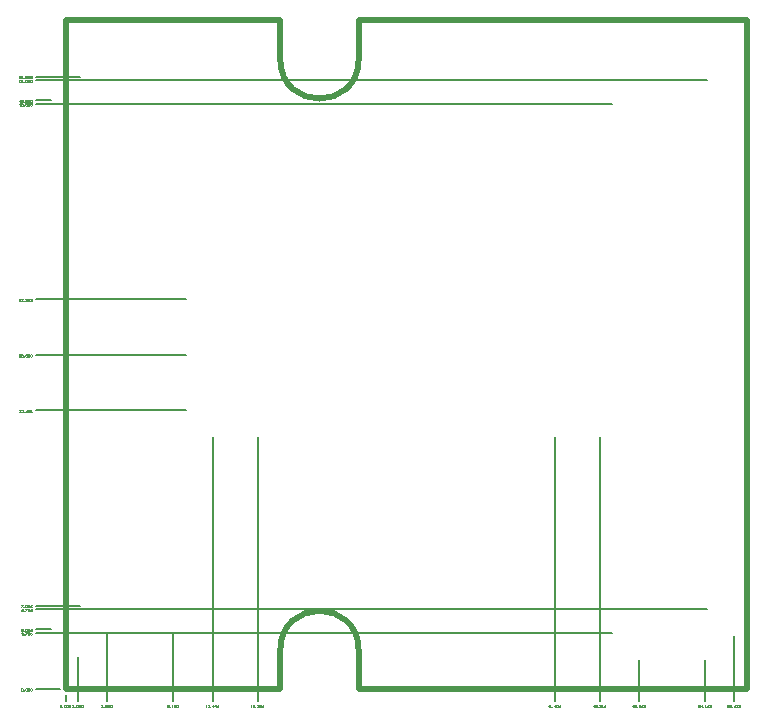
<source format=gm1>
G04*
G04 #@! TF.GenerationSoftware,Altium Limited,Altium Designer,18.1.9 (240)*
G04*
G04 Layer_Color=16711935*
%FSLAX43Y43*%
%MOMM*%
G71*
G01*
G75*
%ADD10C,0.200*%
%ADD19C,0.500*%
%ADD20C,0.127*%
%ADD21C,0.051*%
D10*
X25400Y79480D02*
Y82011D01*
D19*
X43584Y78706D02*
G03*
X50216Y78706I3316J0D01*
G01*
Y28706D02*
G03*
X43584Y28706I-3316J0D01*
G01*
Y25400D02*
Y28706D01*
X50216Y25400D02*
Y28706D01*
X25400Y25400D02*
X43584D01*
X25400Y82011D02*
X43584D01*
X50216Y25400D02*
X83062D01*
X50216Y82011D02*
X83062D01*
X43584Y78706D02*
Y82011D01*
X50216Y78706D02*
Y82011D01*
X25400Y25400D02*
Y82011D01*
X83062Y25400D02*
Y82011D01*
D20*
X22900Y77255D02*
X26596D01*
X22900Y76955D02*
X79708D01*
X22900Y75255D02*
X24146D01*
X22900Y74955D02*
X71658D01*
X22900Y58399D02*
X35592D01*
X22900Y53700D02*
X35592D01*
X22900Y49001D02*
X35592D01*
X22900Y32456D02*
X26596D01*
X22900Y32156D02*
X79708D01*
X22900Y30456D02*
X24146D01*
X22900Y30156D02*
X71658D01*
X22900Y25400D02*
X24896D01*
X82012Y24400D02*
Y29852D01*
X79562Y24400D02*
Y27852D01*
X73962Y24400D02*
Y27852D01*
X70616Y24400D02*
Y46747D01*
X66806Y24400D02*
Y46747D01*
X41656Y24400D02*
Y46747D01*
X37846Y24400D02*
Y46747D01*
X34500Y24400D02*
Y30152D01*
X28900Y24400D02*
Y30152D01*
X26450Y24400D02*
Y28152D01*
X25400Y24400D02*
Y24896D01*
D21*
X21596Y77306D02*
X21461D01*
Y77204D01*
X21529Y77238D01*
X21563D01*
X21596Y77204D01*
Y77136D01*
X21563Y77103D01*
X21495D01*
X21461Y77136D01*
X21664Y77103D02*
X21732D01*
X21698D01*
Y77306D01*
X21664Y77272D01*
X21833Y77103D02*
Y77136D01*
X21867D01*
Y77103D01*
X21833D01*
X22003Y77272D02*
X22037Y77306D01*
X22104D01*
X22138Y77272D01*
Y77238D01*
X22104Y77204D01*
X22138Y77170D01*
Y77136D01*
X22104Y77103D01*
X22037D01*
X22003Y77136D01*
Y77170D01*
X22037Y77204D01*
X22003Y77238D01*
Y77272D01*
X22037Y77204D02*
X22104D01*
X22341Y77306D02*
X22206D01*
Y77204D01*
X22274Y77238D01*
X22307D01*
X22341Y77204D01*
Y77136D01*
X22307Y77103D01*
X22240D01*
X22206Y77136D01*
X22544Y77306D02*
X22409D01*
Y77204D01*
X22477Y77238D01*
X22511D01*
X22544Y77204D01*
Y77136D01*
X22511Y77103D01*
X22443D01*
X22409Y77136D01*
X21596Y77006D02*
X21461D01*
Y76904D01*
X21529Y76938D01*
X21563D01*
X21596Y76904D01*
Y76836D01*
X21563Y76803D01*
X21495D01*
X21461Y76836D01*
X21664Y76803D02*
X21732D01*
X21698D01*
Y77006D01*
X21664Y76972D01*
X21833Y76803D02*
Y76836D01*
X21867D01*
Y76803D01*
X21833D01*
X22138Y77006D02*
X22003D01*
Y76904D01*
X22070Y76938D01*
X22104D01*
X22138Y76904D01*
Y76836D01*
X22104Y76803D01*
X22037D01*
X22003Y76836D01*
X22341Y77006D02*
X22206D01*
Y76904D01*
X22274Y76938D01*
X22307D01*
X22341Y76904D01*
Y76836D01*
X22307Y76803D01*
X22240D01*
X22206Y76836D01*
X22544Y77006D02*
X22409D01*
Y76904D01*
X22477Y76938D01*
X22511D01*
X22544Y76904D01*
Y76836D01*
X22511Y76803D01*
X22443D01*
X22409Y76836D01*
X21529Y75103D02*
Y75306D01*
X21427Y75204D01*
X21563D01*
X21630Y75136D02*
X21664Y75103D01*
X21732D01*
X21766Y75136D01*
Y75272D01*
X21732Y75306D01*
X21664D01*
X21630Y75272D01*
Y75238D01*
X21664Y75204D01*
X21766D01*
X21833Y75103D02*
Y75136D01*
X21867D01*
Y75103D01*
X21833D01*
X22003Y75272D02*
X22037Y75306D01*
X22104D01*
X22138Y75272D01*
Y75238D01*
X22104Y75204D01*
X22138Y75170D01*
Y75136D01*
X22104Y75103D01*
X22037D01*
X22003Y75136D01*
Y75170D01*
X22037Y75204D01*
X22003Y75238D01*
Y75272D01*
X22037Y75204D02*
X22104D01*
X22341Y75306D02*
X22206D01*
Y75204D01*
X22274Y75238D01*
X22307D01*
X22341Y75204D01*
Y75136D01*
X22307Y75103D01*
X22240D01*
X22206Y75136D01*
X22544Y75306D02*
X22409D01*
Y75204D01*
X22477Y75238D01*
X22511D01*
X22544Y75204D01*
Y75136D01*
X22511Y75103D01*
X22443D01*
X22409Y75136D01*
X21529Y74803D02*
Y75006D01*
X21427Y74904D01*
X21563D01*
X21630Y74836D02*
X21664Y74803D01*
X21732D01*
X21766Y74836D01*
Y74972D01*
X21732Y75006D01*
X21664D01*
X21630Y74972D01*
Y74938D01*
X21664Y74904D01*
X21766D01*
X21833Y74803D02*
Y74836D01*
X21867D01*
Y74803D01*
X21833D01*
X22138Y75006D02*
X22003D01*
Y74904D01*
X22070Y74938D01*
X22104D01*
X22138Y74904D01*
Y74836D01*
X22104Y74803D01*
X22037D01*
X22003Y74836D01*
X22341Y75006D02*
X22206D01*
Y74904D01*
X22274Y74938D01*
X22307D01*
X22341Y74904D01*
Y74836D01*
X22307Y74803D01*
X22240D01*
X22206Y74836D01*
X22544Y75006D02*
X22409D01*
Y74904D01*
X22477Y74938D01*
X22511D01*
X22544Y74904D01*
Y74836D01*
X22511Y74803D01*
X22443D01*
X22409Y74836D01*
X21427Y58416D02*
X21461Y58450D01*
X21529D01*
X21563Y58416D01*
Y58382D01*
X21529Y58348D01*
X21495D01*
X21529D01*
X21563Y58314D01*
Y58280D01*
X21529Y58247D01*
X21461D01*
X21427Y58280D01*
X21766Y58247D02*
X21630D01*
X21766Y58382D01*
Y58416D01*
X21732Y58450D01*
X21664D01*
X21630Y58416D01*
X21833Y58247D02*
Y58280D01*
X21867D01*
Y58247D01*
X21833D01*
X22003Y58280D02*
X22037Y58247D01*
X22104D01*
X22138Y58280D01*
Y58416D01*
X22104Y58450D01*
X22037D01*
X22003Y58416D01*
Y58382D01*
X22037Y58348D01*
X22138D01*
X22206Y58280D02*
X22240Y58247D01*
X22307D01*
X22341Y58280D01*
Y58416D01*
X22307Y58450D01*
X22240D01*
X22206Y58416D01*
Y58382D01*
X22240Y58348D01*
X22341D01*
X22409Y58280D02*
X22443Y58247D01*
X22511D01*
X22544Y58280D01*
Y58416D01*
X22511Y58450D01*
X22443D01*
X22409Y58416D01*
Y58382D01*
X22443Y58348D01*
X22544D01*
X21563Y53548D02*
X21427D01*
X21563Y53683D01*
Y53717D01*
X21529Y53751D01*
X21461D01*
X21427Y53717D01*
X21630D02*
X21664Y53751D01*
X21732D01*
X21766Y53717D01*
Y53683D01*
X21732Y53649D01*
X21766Y53615D01*
Y53581D01*
X21732Y53548D01*
X21664D01*
X21630Y53581D01*
Y53615D01*
X21664Y53649D01*
X21630Y53683D01*
Y53717D01*
X21664Y53649D02*
X21732D01*
X21833Y53548D02*
Y53581D01*
X21867D01*
Y53548D01*
X21833D01*
X22003Y53717D02*
X22037Y53751D01*
X22104D01*
X22138Y53717D01*
Y53683D01*
X22104Y53649D01*
X22070D01*
X22104D01*
X22138Y53615D01*
Y53581D01*
X22104Y53548D01*
X22037D01*
X22003Y53581D01*
X22206Y53717D02*
X22240Y53751D01*
X22307D01*
X22341Y53717D01*
Y53581D01*
X22307Y53548D01*
X22240D01*
X22206Y53581D01*
Y53717D01*
X22409D02*
X22443Y53751D01*
X22511D01*
X22544Y53717D01*
Y53581D01*
X22511Y53548D01*
X22443D01*
X22409Y53581D01*
Y53717D01*
X21630Y48849D02*
X21495D01*
X21630Y48984D01*
Y49018D01*
X21596Y49052D01*
X21529D01*
X21495Y49018D01*
X21698D02*
X21732Y49052D01*
X21800D01*
X21833Y49018D01*
Y48984D01*
X21800Y48950D01*
X21766D01*
X21800D01*
X21833Y48916D01*
Y48882D01*
X21800Y48849D01*
X21732D01*
X21698Y48882D01*
X21901Y48849D02*
Y48882D01*
X21935D01*
Y48849D01*
X21901D01*
X22206Y49052D02*
X22138Y49018D01*
X22070Y48950D01*
Y48882D01*
X22104Y48849D01*
X22172D01*
X22206Y48882D01*
Y48916D01*
X22172Y48950D01*
X22070D01*
X22274Y49018D02*
X22307Y49052D01*
X22375D01*
X22409Y49018D01*
Y48882D01*
X22375Y48849D01*
X22307D01*
X22274Y48882D01*
Y49018D01*
X22477Y48849D02*
X22544D01*
X22511D01*
Y49052D01*
X22477Y49018D01*
X21630Y32507D02*
X21766D01*
Y32473D01*
X21630Y32338D01*
Y32304D01*
X21833D02*
Y32338D01*
X21867D01*
Y32304D01*
X21833D01*
X22003Y32473D02*
X22037Y32507D01*
X22104D01*
X22138Y32473D01*
Y32338D01*
X22104Y32304D01*
X22037D01*
X22003Y32338D01*
Y32473D01*
X22341Y32507D02*
X22206D01*
Y32405D01*
X22274Y32439D01*
X22307D01*
X22341Y32405D01*
Y32338D01*
X22307Y32304D01*
X22240D01*
X22206Y32338D01*
X22544Y32507D02*
X22477Y32473D01*
X22409Y32405D01*
Y32338D01*
X22443Y32304D01*
X22511D01*
X22544Y32338D01*
Y32372D01*
X22511Y32405D01*
X22409D01*
X21766Y32207D02*
X21698Y32173D01*
X21630Y32105D01*
Y32038D01*
X21664Y32004D01*
X21732D01*
X21766Y32038D01*
Y32072D01*
X21732Y32105D01*
X21630D01*
X21833Y32004D02*
Y32038D01*
X21867D01*
Y32004D01*
X21833D01*
X22003Y32207D02*
X22138D01*
Y32173D01*
X22003Y32038D01*
Y32004D01*
X22341Y32207D02*
X22206D01*
Y32105D01*
X22274Y32139D01*
X22307D01*
X22341Y32105D01*
Y32038D01*
X22307Y32004D01*
X22240D01*
X22206Y32038D01*
X22544Y32207D02*
X22477Y32173D01*
X22409Y32105D01*
Y32038D01*
X22443Y32004D01*
X22511D01*
X22544Y32038D01*
Y32072D01*
X22511Y32105D01*
X22409D01*
X21766Y30507D02*
X21630D01*
Y30405D01*
X21698Y30439D01*
X21732D01*
X21766Y30405D01*
Y30338D01*
X21732Y30304D01*
X21664D01*
X21630Y30338D01*
X21833Y30304D02*
Y30338D01*
X21867D01*
Y30304D01*
X21833D01*
X22003Y30473D02*
X22037Y30507D01*
X22104D01*
X22138Y30473D01*
Y30338D01*
X22104Y30304D01*
X22037D01*
X22003Y30338D01*
Y30473D01*
X22341Y30507D02*
X22206D01*
Y30405D01*
X22274Y30439D01*
X22307D01*
X22341Y30405D01*
Y30338D01*
X22307Y30304D01*
X22240D01*
X22206Y30338D01*
X22544Y30507D02*
X22477Y30473D01*
X22409Y30405D01*
Y30338D01*
X22443Y30304D01*
X22511D01*
X22544Y30338D01*
Y30372D01*
X22511Y30405D01*
X22409D01*
X21732Y30004D02*
Y30207D01*
X21630Y30105D01*
X21766D01*
X21833Y30004D02*
Y30038D01*
X21867D01*
Y30004D01*
X21833D01*
X22003Y30207D02*
X22138D01*
Y30173D01*
X22003Y30038D01*
Y30004D01*
X22341Y30207D02*
X22206D01*
Y30105D01*
X22274Y30139D01*
X22307D01*
X22341Y30105D01*
Y30038D01*
X22307Y30004D01*
X22240D01*
X22206Y30038D01*
X22544Y30207D02*
X22477Y30173D01*
X22409Y30105D01*
Y30038D01*
X22443Y30004D01*
X22511D01*
X22544Y30038D01*
Y30072D01*
X22511Y30105D01*
X22409D01*
X21630Y25417D02*
X21664Y25451D01*
X21732D01*
X21766Y25417D01*
Y25281D01*
X21732Y25248D01*
X21664D01*
X21630Y25281D01*
Y25417D01*
X21833Y25248D02*
Y25281D01*
X21867D01*
Y25248D01*
X21833D01*
X22003Y25417D02*
X22037Y25451D01*
X22104D01*
X22138Y25417D01*
Y25281D01*
X22104Y25248D01*
X22037D01*
X22003Y25281D01*
Y25417D01*
X22206D02*
X22240Y25451D01*
X22307D01*
X22341Y25417D01*
Y25281D01*
X22307Y25248D01*
X22240D01*
X22206Y25281D01*
Y25417D01*
X22409D02*
X22443Y25451D01*
X22511D01*
X22544Y25417D01*
Y25281D01*
X22511Y25248D01*
X22443D01*
X22409Y25281D01*
Y25417D01*
X81555Y24044D02*
X81419D01*
Y23943D01*
X81487Y23977D01*
X81521D01*
X81555Y23943D01*
Y23875D01*
X81521Y23841D01*
X81453D01*
X81419Y23875D01*
X81758Y24044D02*
X81690Y24011D01*
X81623Y23943D01*
Y23875D01*
X81656Y23841D01*
X81724D01*
X81758Y23875D01*
Y23909D01*
X81724Y23943D01*
X81623D01*
X81826Y23841D02*
Y23875D01*
X81860D01*
Y23841D01*
X81826D01*
X82130Y24044D02*
X82063Y24011D01*
X81995Y23943D01*
Y23875D01*
X82029Y23841D01*
X82097D01*
X82130Y23875D01*
Y23909D01*
X82097Y23943D01*
X81995D01*
X82198Y23841D02*
X82266D01*
X82232D01*
Y24044D01*
X82198Y24011D01*
X82503Y23841D02*
X82367D01*
X82503Y23977D01*
Y24011D01*
X82469Y24044D01*
X82401D01*
X82367Y24011D01*
X79105Y24044D02*
X78969D01*
Y23943D01*
X79037Y23977D01*
X79071D01*
X79105Y23943D01*
Y23875D01*
X79071Y23841D01*
X79003D01*
X78969Y23875D01*
X79274Y23841D02*
Y24044D01*
X79173Y23943D01*
X79308D01*
X79376Y23841D02*
Y23875D01*
X79410D01*
Y23841D01*
X79376D01*
X79545D02*
X79613D01*
X79579D01*
Y24044D01*
X79545Y24011D01*
X79850Y24044D02*
X79782Y24011D01*
X79714Y23943D01*
Y23875D01*
X79748Y23841D01*
X79816D01*
X79850Y23875D01*
Y23909D01*
X79816Y23943D01*
X79714D01*
X80053Y23841D02*
X79917D01*
X80053Y23977D01*
Y24011D01*
X80019Y24044D01*
X79951D01*
X79917Y24011D01*
X73454Y23841D02*
Y24044D01*
X73353Y23943D01*
X73488D01*
X73556Y24011D02*
X73590Y24044D01*
X73657D01*
X73691Y24011D01*
Y23977D01*
X73657Y23943D01*
X73691Y23909D01*
Y23875D01*
X73657Y23841D01*
X73590D01*
X73556Y23875D01*
Y23909D01*
X73590Y23943D01*
X73556Y23977D01*
Y24011D01*
X73590Y23943D02*
X73657D01*
X73759Y23841D02*
Y23875D01*
X73793D01*
Y23841D01*
X73759D01*
X74064Y24044D02*
X73928D01*
Y23943D01*
X73996Y23977D01*
X74030D01*
X74064Y23943D01*
Y23875D01*
X74030Y23841D01*
X73962D01*
X73928Y23875D01*
X74267Y24044D02*
X74199Y24011D01*
X74131Y23943D01*
Y23875D01*
X74165Y23841D01*
X74233D01*
X74267Y23875D01*
Y23909D01*
X74233Y23943D01*
X74131D01*
X74470Y23841D02*
X74334D01*
X74470Y23977D01*
Y24011D01*
X74436Y24044D01*
X74368D01*
X74334Y24011D01*
X70125Y23841D02*
Y24044D01*
X70023Y23943D01*
X70159D01*
X70362Y24044D02*
X70227D01*
Y23943D01*
X70294Y23977D01*
X70328D01*
X70362Y23943D01*
Y23875D01*
X70328Y23841D01*
X70260D01*
X70227Y23875D01*
X70430Y23841D02*
Y23875D01*
X70464D01*
Y23841D01*
X70430D01*
X70734D02*
X70599D01*
X70734Y23977D01*
Y24011D01*
X70701Y24044D01*
X70633D01*
X70599Y24011D01*
X70802Y23841D02*
X70870D01*
X70836D01*
Y24044D01*
X70802Y24011D01*
X71107Y24044D02*
X71039Y24011D01*
X70971Y23943D01*
Y23875D01*
X71005Y23841D01*
X71073D01*
X71107Y23875D01*
Y23909D01*
X71073Y23943D01*
X70971D01*
X66315Y23841D02*
Y24044D01*
X66213Y23943D01*
X66349D01*
X66417Y23841D02*
X66484D01*
X66450D01*
Y24044D01*
X66417Y24011D01*
X66586Y23841D02*
Y23875D01*
X66620D01*
Y23841D01*
X66586D01*
X66857D02*
Y24044D01*
X66755Y23943D01*
X66891D01*
X66958Y24011D02*
X66992Y24044D01*
X67060D01*
X67094Y24011D01*
Y23875D01*
X67060Y23841D01*
X66992D01*
X66958Y23875D01*
Y24011D01*
X67297Y24044D02*
X67229Y24011D01*
X67161Y23943D01*
Y23875D01*
X67195Y23841D01*
X67263D01*
X67297Y23875D01*
Y23909D01*
X67263Y23943D01*
X67161D01*
X41064Y23841D02*
X41131D01*
X41097D01*
Y24044D01*
X41064Y24011D01*
X41368Y24044D02*
X41300Y24011D01*
X41233Y23943D01*
Y23875D01*
X41267Y23841D01*
X41334D01*
X41368Y23875D01*
Y23909D01*
X41334Y23943D01*
X41233D01*
X41436Y23841D02*
Y23875D01*
X41470D01*
Y23841D01*
X41436D01*
X41741D02*
X41605D01*
X41741Y23977D01*
Y24011D01*
X41707Y24044D01*
X41639D01*
X41605Y24011D01*
X41944Y24044D02*
X41808D01*
Y23943D01*
X41876Y23977D01*
X41910D01*
X41944Y23943D01*
Y23875D01*
X41910Y23841D01*
X41842D01*
X41808Y23875D01*
X42147Y24044D02*
X42079Y24011D01*
X42011Y23943D01*
Y23875D01*
X42045Y23841D01*
X42113D01*
X42147Y23875D01*
Y23909D01*
X42113Y23943D01*
X42011D01*
X37254Y23841D02*
X37321D01*
X37287D01*
Y24044D01*
X37254Y24011D01*
X37558Y23841D02*
X37423D01*
X37558Y23977D01*
Y24011D01*
X37524Y24044D01*
X37457D01*
X37423Y24011D01*
X37626Y23841D02*
Y23875D01*
X37660D01*
Y23841D01*
X37626D01*
X37897D02*
Y24044D01*
X37795Y23943D01*
X37931D01*
X38100Y23841D02*
Y24044D01*
X37998Y23943D01*
X38134D01*
X38337Y24044D02*
X38269Y24011D01*
X38201Y23943D01*
Y23875D01*
X38235Y23841D01*
X38303D01*
X38337Y23875D01*
Y23909D01*
X38303Y23943D01*
X38201D01*
X34009Y23875D02*
X34043Y23841D01*
X34111D01*
X34145Y23875D01*
Y24011D01*
X34111Y24044D01*
X34043D01*
X34009Y24011D01*
Y23977D01*
X34043Y23943D01*
X34145D01*
X34212Y23841D02*
Y23875D01*
X34246D01*
Y23841D01*
X34212D01*
X34381D02*
X34449D01*
X34415D01*
Y24044D01*
X34381Y24011D01*
X34551D02*
X34585Y24044D01*
X34652D01*
X34686Y24011D01*
Y23875D01*
X34652Y23841D01*
X34585D01*
X34551Y23875D01*
Y24011D01*
X34754D02*
X34788Y24044D01*
X34855D01*
X34889Y24011D01*
Y23875D01*
X34855Y23841D01*
X34788D01*
X34754Y23875D01*
Y24011D01*
X28392D02*
X28426Y24044D01*
X28494D01*
X28528Y24011D01*
Y23977D01*
X28494Y23943D01*
X28460D01*
X28494D01*
X28528Y23909D01*
Y23875D01*
X28494Y23841D01*
X28426D01*
X28392Y23875D01*
X28595Y23841D02*
Y23875D01*
X28629D01*
Y23841D01*
X28595D01*
X28900Y24044D02*
X28765D01*
Y23943D01*
X28832Y23977D01*
X28866D01*
X28900Y23943D01*
Y23875D01*
X28866Y23841D01*
X28798D01*
X28765Y23875D01*
X28968Y24011D02*
X29002Y24044D01*
X29069D01*
X29103Y24011D01*
Y23875D01*
X29069Y23841D01*
X29002D01*
X28968Y23875D01*
Y24011D01*
X29171D02*
X29205Y24044D01*
X29272D01*
X29306Y24011D01*
Y23875D01*
X29272Y23841D01*
X29205D01*
X29171Y23875D01*
Y24011D01*
X25959Y23841D02*
X26027D01*
X25993D01*
Y24044D01*
X25959Y24011D01*
X26128Y23841D02*
Y23875D01*
X26162D01*
Y23841D01*
X26128D01*
X26298Y24011D02*
X26331Y24044D01*
X26399D01*
X26433Y24011D01*
Y23875D01*
X26399Y23841D01*
X26331D01*
X26298Y23875D01*
Y24011D01*
X26636Y24044D02*
X26501D01*
Y23943D01*
X26568Y23977D01*
X26602D01*
X26636Y23943D01*
Y23875D01*
X26602Y23841D01*
X26535D01*
X26501Y23875D01*
X26704Y24011D02*
X26738Y24044D01*
X26805D01*
X26839Y24011D01*
Y23875D01*
X26805Y23841D01*
X26738D01*
X26704Y23875D01*
Y24011D01*
X24892D02*
X24926Y24044D01*
X24994D01*
X25028Y24011D01*
Y23875D01*
X24994Y23841D01*
X24926D01*
X24892Y23875D01*
Y24011D01*
X25095Y23841D02*
Y23875D01*
X25129D01*
Y23841D01*
X25095D01*
X25265Y24011D02*
X25298Y24044D01*
X25366D01*
X25400Y24011D01*
Y23875D01*
X25366Y23841D01*
X25298D01*
X25265Y23875D01*
Y24011D01*
X25468D02*
X25502Y24044D01*
X25569D01*
X25603Y24011D01*
Y23875D01*
X25569Y23841D01*
X25502D01*
X25468Y23875D01*
Y24011D01*
X25671D02*
X25705Y24044D01*
X25772D01*
X25806Y24011D01*
Y23875D01*
X25772Y23841D01*
X25705D01*
X25671Y23875D01*
Y24011D01*
M02*

</source>
